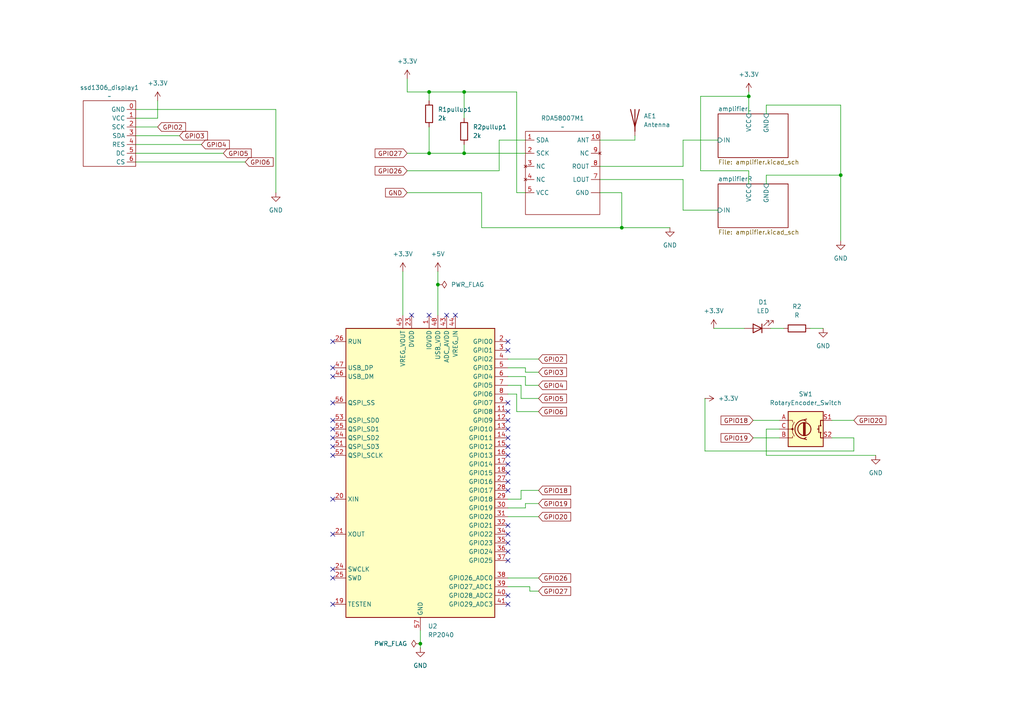
<source format=kicad_sch>
(kicad_sch (version 20231120) (generator "eeschema") (generator_version "8.0")
  (paper "A4")
  (title_block (title "ECE-299 Clock Radio") (date "2024-06-14") (rev "1") (company "Group 2") (comment 1 "Daniel Dufau, Alex Levchenkova, Stefanie Cutler"))
  (lib_symbols
    (symbol "Device:Antenna" (pin_numbers hide) (pin_names (offset 1.016) hide)
      (property "Reference" "AE" (at -1.905 1.905 0))
      (property "Value" "Antenna" (at -1.905 0 0))
      (symbol "Antenna_0_1"
        (polyline (pts (xy 0 2.54) (xy 0 -3.81)) (stroke (width 0.254)))
        (polyline (pts (xy 1.27 2.54) (xy 0 -2.54) (xy -1.27 2.54)) (stroke (width 0.254)))
      )
      (symbol "Antenna_1_1"
        (pin input line (at 0 -5.08 90) (length 2.54) (name "A") (number "1"))
      )
    )
    (symbol "Device:LED" (pin_numbers hide) (pin_names (offset 1.016) hide)
      (property "Reference" "D" (at 0 2.54 0))
      (property "Value" "LED" (at 0 -2.54 0))
      (symbol "LED_0_1"
        (polyline (pts (xy -1.27 -1.27) (xy -1.27 1.27)) (stroke (width 0.254)))
        (polyline (pts (xy -1.27 0) (xy 1.27 0)))
        (polyline (pts (xy 1.27 -1.27) (xy 1.27 1.27) (xy -1.27 0) (xy 1.27 -1.27)) (stroke (width 0.254)))
        (polyline (pts (xy -3.048 -0.762) (xy -4.572 -2.286) (xy -3.81 -2.286) (xy -4.572 -2.286) (xy -4.572 -1.524)))
        (polyline (pts (xy -1.778 -0.762) (xy -3.302 -2.286) (xy -2.54 -2.286) (xy -3.302 -2.286) (xy -3.302 -1.524)))
      )
      (symbol "LED_1_1"
        (pin passive line (at -3.81 0 0) (length 2.54) (name "K") (number "1"))
        (pin passive line (at 3.81 0 180) (length 2.54) (name "A") (number "2"))
      )
    )
    (symbol "Device:R" (pin_numbers hide) (pin_names (offset 0))
      (property "Reference" "R" (at 2.032 0 90))
      (property "Value" "R" (at 0 0 90))
      (symbol "R_0_1"
        (rectangle (start -1.016 -2.54) (end 1.016 2.54) (stroke (width 0.254)))
      )
      (symbol "R_1_1"
        (pin passive line (at 0 3.81 270) (length 1.27) (name "~") (number "1"))
        (pin passive line (at 0 -3.81 90) (length 1.27) (name "~") (number "2"))
      )
    )
    (symbol "Device:RotaryEncoder_Switch" (pin_names (offset 0.254) hide)
      (property "Reference" "SW" (at 0 6.604 0))
      (property "Value" "RotaryEncoder_Switch" (at 0 -6.604 0))
      (symbol "RotaryEncoder_Switch_0_1"
        (rectangle (start -5.08 5.08) (end 5.08 -5.08) (stroke (width 0.254)) (fill (type background)))
        (circle (center -3.81 0) (radius 0.254) (fill (type outline)))
        (circle (center -0.381 0) (radius 1.905) (stroke (width 0.254)))
        (arc (start -0.381 2.667) (mid -3.0988 -0.0635) (end -0.381 -2.794) (stroke (width 0.254)))
        (polyline (pts (xy -0.635 -1.778) (xy -0.635 1.778)) (stroke (width 0.254)))
        (polyline (pts (xy -0.381 -1.778) (xy -0.381 1.778)) (stroke (width 0.254)))
        (polyline (pts (xy -0.127 1.778) (xy -0.127 -1.778)) (stroke (width 0.254)))
        (polyline (pts (xy 3.81 0) (xy 3.429 0)) (stroke (width 0.254)))
        (polyline (pts (xy 3.81 1.016) (xy 3.81 -1.016)) (stroke (width 0.254)))
        (polyline (pts (xy -5.08 -2.54) (xy -3.81 -2.54) (xy -3.81 -2.032)))
        (polyline (pts (xy -5.08 2.54) (xy -3.81 2.54) (xy -3.81 2.032)))
        (polyline (pts (xy 0.254 -3.048) (xy -0.508 -2.794) (xy 0.127 -2.413)) (stroke (width 0.254)))
        (polyline (pts (xy 0.254 2.921) (xy -0.508 2.667) (xy 0.127 2.286)) (stroke (width 0.254)))
        (polyline (pts (xy 5.08 -2.54) (xy 4.318 -2.54) (xy 4.318 -1.016)) (stroke (width 0.254)))
        (polyline (pts (xy 5.08 2.54) (xy 4.318 2.54) (xy 4.318 1.016)) (stroke (width 0.254)))
        (polyline (pts (xy -5.08 0) (xy -3.81 0) (xy -3.81 -1.016) (xy -3.302 -2.032)))
        (polyline (pts (xy -4.318 0) (xy -3.81 0) (xy -3.81 1.016) (xy -3.302 2.032)))
        (circle (center 4.318 -1.016) (radius 0.127) (stroke (width 0.254)))
        (circle (center 4.318 1.016) (radius 0.127) (stroke (width 0.254)))
      )
      (symbol "RotaryEncoder_Switch_1_1"
        (pin passive line (at -7.62 2.54 0) (length 2.54) (name "A") (number "A"))
        (pin passive line (at -7.62 -2.54 0) (length 2.54) (name "B") (number "B"))
        (pin passive line (at -7.62 0 0) (length 2.54) (name "C") (number "C"))
        (pin passive line (at 7.62 2.54 180) (length 2.54) (name "S1") (number "S1"))
        (pin passive line (at 7.62 -2.54 180) (length 2.54) (name "S2") (number "S2"))
      )
    )
    (symbol "MCU_RaspberryPi:RP2040"
      (property "Reference" "U" (at 17.78 45.72 0))
      (property "Value" "RP2040" (at 17.78 43.18 0))
      (symbol "RP2040_0_1"
        (rectangle (start -21.59 41.91) (end 21.59 -41.91) (stroke (width 0.254)) (fill (type background)))
      )
      (symbol "RP2040_1_1"
        (pin power_in line (at 2.54 45.72 270) (length 3.81) (name "IOVDD") (number "1"))
        (pin passive line (at 2.54 45.72 270) (length 3.81) hide (name "IOVDD") (number "10"))
        (pin bidirectional line (at 25.4 17.78 180) (length 3.81) (name "GPIO8") (number "11"))
        (pin bidirectional line (at 25.4 15.24 180) (length 3.81) (name "GPIO9") (number "12"))
        (pin bidirectional line (at 25.4 12.7 180) (length 3.81) (name "GPIO10") (number "13"))
        (pin bidirectional line (at 25.4 10.16 180) (length 3.81) (name "GPIO11") (number "14"))
        (pin bidirectional line (at 25.4 7.62 180) (length 3.81) (name "GPIO12") (number "15"))
        (pin bidirectional line (at 25.4 5.08 180) (length 3.81) (name "GPIO13") (number "16"))
        (pin bidirectional line (at 25.4 2.54 180) (length 3.81) (name "GPIO14") (number "17"))
        (pin bidirectional line (at 25.4 0 180) (length 3.81) (name "GPIO15") (number "18"))
        (pin input line (at -25.4 -38.1 0) (length 3.81) (name "TESTEN") (number "19"))
        (pin bidirectional line (at 25.4 38.1 180) (length 3.81) (name "GPIO0") (number "2"))
        (pin input line (at -25.4 -7.62 0) (length 3.81) (name "XIN") (number "20"))
        (pin passive line (at -25.4 -17.78 0) (length 3.81) (name "XOUT") (number "21"))
        (pin passive line (at 2.54 45.72 270) (length 3.81) hide (name "IOVDD") (number "22"))
        (pin power_in line (at -2.54 45.72 270) (length 3.81) (name "DVDD") (number "23"))
        (pin input line (at -25.4 -27.94 0) (length 3.81) (name "SWCLK") (number "24"))
        (pin bidirectional line (at -25.4 -30.48 0) (length 3.81) (name "SWD") (number "25"))
        (pin input line (at -25.4 38.1 0) (length 3.81) (name "RUN") (number "26"))
        (pin bidirectional line (at 25.4 -2.54 180) (length 3.81) (name "GPIO16") (number "27"))
        (pin bidirectional line (at 25.4 -5.08 180) (length 3.81) (name "GPIO17") (number "28"))
        (pin bidirectional line (at 25.4 -7.62 180) (length 3.81) (name "GPIO18") (number "29"))
        (pin bidirectional line (at 25.4 35.56 180) (length 3.81) (name "GPIO1") (number "3"))
        (pin bidirectional line (at 25.4 -10.16 180) (length 3.81) (name "GPIO19") (number "30"))
        (pin bidirectional line (at 25.4 -12.7 180) (length 3.81) (name "GPIO20") (number "31"))
        (pin bidirectional line (at 25.4 -15.24 180) (length 3.81) (name "GPIO21") (number "32"))
        (pin passive line (at 2.54 45.72 270) (length 3.81) hide (name "IOVDD") (number "33"))
        (pin bidirectional line (at 25.4 -17.78 180) (length 3.81) (name "GPIO22") (number "34"))
        (pin bidirectional line (at 25.4 -20.32 180) (length 3.81) (name "GPIO23") (number "35"))
        (pin bidirectional line (at 25.4 -22.86 180) (length 3.81) (name "GPIO24") (number "36"))
        (pin bidirectional line (at 25.4 -25.4 180) (length 3.81) (name "GPIO25") (number "37"))
        (pin bidirectional line (at 25.4 -30.48 180) (length 3.81) (name "GPIO26_ADC0") (number "38"))
        (pin bidirectional line (at 25.4 -33.02 180) (length 3.81) (name "GPIO27_ADC1") (number "39"))
        (pin bidirectional line (at 25.4 33.02 180) (length 3.81) (name "GPIO2") (number "4"))
        (pin bidirectional line (at 25.4 -35.56 180) (length 3.81) (name "GPIO28_ADC2") (number "40"))
        (pin bidirectional line (at 25.4 -38.1 180) (length 3.81) (name "GPIO29_ADC3") (number "41"))
        (pin passive line (at 2.54 45.72 270) (length 3.81) hide (name "IOVDD") (number "42"))
        (pin power_in line (at 7.62 45.72 270) (length 3.81) (name "ADC_AVDD") (number "43"))
        (pin power_in line (at 10.16 45.72 270) (length 3.81) (name "VREG_IN") (number "44"))
        (pin power_out line (at -5.08 45.72 270) (length 3.81) (name "VREG_VOUT") (number "45"))
        (pin bidirectional line (at -25.4 27.94 0) (length 3.81) (name "USB_DM") (number "46"))
        (pin bidirectional line (at -25.4 30.48 0) (length 3.81) (name "USB_DP") (number "47"))
        (pin power_in line (at 5.08 45.72 270) (length 3.81) (name "USB_VDD") (number "48"))
        (pin passive line (at 2.54 45.72 270) (length 3.81) hide (name "IOVDD") (number "49"))
        (pin bidirectional line (at 25.4 30.48 180) (length 3.81) (name "GPIO3") (number "5"))
        (pin passive line (at -2.54 45.72 270) (length 3.81) hide (name "DVDD") (number "50"))
        (pin bidirectional line (at -25.4 7.62 0) (length 3.81) (name "QSPI_SD3") (number "51"))
        (pin output line (at -25.4 5.08 0) (length 3.81) (name "QSPI_SCLK") (number "52"))
        (pin bidirectional line (at -25.4 15.24 0) (length 3.81) (name "QSPI_SD0") (number "53"))
        (pin bidirectional line (at -25.4 10.16 0) (length 3.81) (name "QSPI_SD2") (number "54"))
        (pin bidirectional line (at -25.4 12.7 0) (length 3.81) (name "QSPI_SD1") (number "55"))
        (pin bidirectional line (at -25.4 20.32 0) (length 3.81) (name "QSPI_SS") (number "56"))
        (pin power_in line (at 0 -45.72 90) (length 3.81) (name "GND") (number "57"))
        (pin bidirectional line (at 25.4 27.94 180) (length 3.81) (name "GPIO4") (number "6"))
        (pin bidirectional line (at 25.4 25.4 180) (length 3.81) (name "GPIO5") (number "7"))
        (pin bidirectional line (at 25.4 22.86 180) (length 3.81) (name "GPIO6") (number "8"))
        (pin bidirectional line (at 25.4 20.32 180) (length 3.81) (name "GPIO7") (number "9"))
      )
    )
    (symbol "ece299_project:RDA58007M"
      (property "Reference" "RDA58007M" (at 0 0 0))
      (symbol "RDA58007M_0_1"
        (rectangle (start -10.16 -1.27) (end 11.43 -25.4))
      )
      (symbol "RDA58007M_1_1"
        (pin power_in line (at 11.43 -19.05 180) (length 2.54) (name "GND") (number ""))
        (pin input line (at -10.16 -3.81 0) (length 2.54) (name "SDA") (number "1"))
        (pin output line (at 11.43 -3.81 180) (length 2.54) (name "ANT") (number "10"))
        (pin input line (at -10.16 -7.62 0) (length 2.54) (name "SCK") (number "2"))
        (pin no_connect line (at -10.16 -11.43 0) (length 2.54) (name "NC") (number "3"))
        (pin no_connect line (at -10.16 -15.24 0) (length 2.54) (name "NC") (number "4"))
        (pin input line (at -10.16 -19.05 0) (length 2.54) (name "VCC") (number "5"))
        (pin output line (at 11.43 -15.24 180) (length 2.54) (name "LOUT") (number "7"))
        (pin output line (at 11.43 -11.43 180) (length 2.54) (name "ROUT") (number "8"))
        (pin no_connect line (at 11.43 -7.62 180) (length 2.54) (name "NC") (number "9"))
      )
    )
    (symbol "ece299_project:ssd1306_display"
      (property "Reference" "ssd1306_display" (at 0 0 0))
      (symbol "ssd1306_display_0_1"
        (rectangle (start -7.62 -1.27) (end 7.62 -20.32))
      )
      (symbol "ssd1306_display_1_1"
        (pin power_in line (at 7.62 -3.81 180) (length 2.54) (name "GND") (number "0"))
        (pin power_in line (at 7.62 -6.35 180) (length 2.54) (name "VCC") (number "1"))
        (pin input line (at 7.62 -8.89 180) (length 2.54) (name "SCK") (number "2"))
        (pin input line (at 7.62 -11.43 180) (length 2.54) (name "SDA") (number "3"))
        (pin input line (at 7.62 -13.97 180) (length 2.54) (name "RES") (number "4"))
        (pin input line (at 7.62 -16.51 180) (length 2.54) (name "DC") (number "5"))
        (pin input line (at 7.62 -19.05 180) (length 2.54) (name "CS") (number "6"))
      )
    )
    (symbol "power:+3.3V" (power) (pin_numbers hide) (pin_names (offset 0) hide)
      (property "Value" "+3.3V" (at 0 3.556 0))
      (symbol "+3.3V_0_1"
        (polyline (pts (xy -0.762 1.27) (xy 0 2.54)))
        (polyline (pts (xy 0 0) (xy 0 2.54)))
        (polyline (pts (xy 0 2.54) (xy 0.762 1.27)))
      )
      (symbol "+3.3V_1_1"
        (pin power_in line (at 0 0 90) (length 0) (name "~") (number "1"))
      )
    )
    (symbol "power:+5V" (power) (pin_numbers hide) (pin_names (offset 0) hide)
      (property "Value" "+5V" (at 0 3.556 0))
      (symbol "+5V_0_1"
        (polyline (pts (xy -0.762 1.27) (xy 0 2.54)))
        (polyline (pts (xy 0 0) (xy 0 2.54)))
        (polyline (pts (xy 0 2.54) (xy 0.762 1.27)))
      )
      (symbol "+5V_1_1"
        (pin power_in line (at 0 0 90) (length 0) (name "~") (number "1"))
      )
    )
    (symbol "power:GND" (power) (pin_numbers hide) (pin_names (offset 0) hide)
      (property "Value" "GND" (at 0 -3.81 0))
      (symbol "GND_0_1"
        (polyline (pts (xy 0 0) (xy 0 -1.27) (xy 1.27 -1.27) (xy 0 -2.54) (xy -1.27 -1.27) (xy 0 -1.27)))
      )
      (symbol "GND_1_1"
        (pin power_in line (at 0 0 270) (length 0) (name "~") (number "1"))
      )
    )
    (symbol "power:PWR_FLAG" (power) (pin_numbers hide) (pin_names (offset 0) hide)
      (property "Value" "PWR_FLAG" (at 0 3.81 0))
      (symbol "PWR_FLAG_0_0"
        (pin power_out line (at 0 0 90) (length 0) (name "~") (number "1"))
      )
      (symbol "PWR_FLAG_0_1"
        (polyline (pts (xy 0 0) (xy 0 1.27) (xy -1.016 1.905) (xy 0 2.54) (xy 1.016 1.905) (xy 0 1.27)))
      )
    )
  )
  (junction (at 124.46 44.45))
  (junction (at 180.34 66.04))
  (junction (at 124.46 26.67))
  (junction (at 127 82.55))
  (junction (at 243.84 50.8))
  (junction (at 121.92 186.69))
  (junction (at 134.62 44.45))
  (junction (at 217.17 27.94))
  (junction (at 134.62 26.67))
  (no_connect (at 96.52 144.78))
  (no_connect (at 147.32 132.08))
  (no_connect (at 119.38 91.44))
  (no_connect (at 147.32 127))
  (no_connect (at 96.52 109.22))
  (no_connect (at 147.32 162.56))
  (no_connect (at 147.32 134.62))
  (no_connect (at 96.52 132.08))
  (no_connect (at 147.32 119.38))
  (no_connect (at 96.52 121.92))
  (no_connect (at 96.52 154.94))
  (no_connect (at 147.32 152.4))
  (no_connect (at 96.52 175.26))
  (no_connect (at 96.52 99.06))
  (no_connect (at 147.32 154.94))
  (no_connect (at 96.52 124.46))
  (no_connect (at 132.08 91.44))
  (no_connect (at 96.52 165.1))
  (no_connect (at 147.32 157.48))
  (no_connect (at 147.32 124.46))
  (no_connect (at 147.32 172.72))
  (no_connect (at 147.32 142.24))
  (no_connect (at 147.32 101.6))
  (no_connect (at 147.32 175.26))
  (no_connect (at 96.52 106.68))
  (no_connect (at 147.32 139.7))
  (no_connect (at 147.32 99.06))
  (no_connect (at 147.32 137.16))
  (no_connect (at 147.32 121.92))
  (no_connect (at 96.52 116.84))
  (no_connect (at 96.52 127))
  (no_connect (at 147.32 160.02))
  (no_connect (at 96.52 129.54))
  (no_connect (at 96.52 167.64))
  (no_connect (at 147.32 116.84))
  (no_connect (at 124.46 91.44))
  (no_connect (at 129.54 91.44))
  (no_connect (at 147.32 129.54))
  (wire (pts (xy 127 82.55) (xy 127 91.44)))
  (wire (pts (xy 147.32 104.14) (xy 156.21 104.14)))
  (wire (pts (xy 204.47 130.81) (xy 247.65 130.81)))
  (wire (pts (xy 173.99 55.88) (xy 180.34 55.88)))
  (wire (pts (xy 118.11 26.67) (xy 124.46 26.67)))
  (wire (pts (xy 139.7 55.88) (xy 139.7 66.04)))
  (wire (pts (xy 151.13 115.57) (xy 156.21 115.57)))
  (wire (pts (xy 156.21 142.24) (xy 151.13 142.24)))
  (wire (pts (xy 134.62 41.91) (xy 134.62 44.45)))
  (wire (pts (xy 147.32 167.64) (xy 156.21 167.64)))
  (wire (pts (xy 153.67 171.45) (xy 156.21 171.45)))
  (wire (pts (xy 127 78.74) (xy 127 82.55)))
  (wire (pts (xy 124.46 44.45) (xy 134.62 44.45)))
  (wire (pts (xy 217.17 26.67) (xy 217.17 27.94)))
  (wire (pts (xy 203.2 49.53) (xy 217.17 49.53)))
  (wire (pts (xy 152.4 147.32) (xy 152.4 146.05)))
  (wire (pts (xy 218.44 127) (xy 226.06 127)))
  (wire (pts (xy 152.4 109.22) (xy 152.4 111.76)))
  (wire (pts (xy 147.32 109.22) (xy 152.4 109.22)))
  (wire (pts (xy 247.65 127) (xy 241.3 127)))
  (wire (pts (xy 241.3 121.92) (xy 247.65 121.92)))
  (wire (pts (xy 223.52 95.25) (xy 227.33 95.25)))
  (wire (pts (xy 151.13 142.24) (xy 151.13 144.78)))
  (wire (pts (xy 118.11 55.88) (xy 139.7 55.88)))
  (wire (pts (xy 39.37 36.83) (xy 45.72 36.83)))
  (wire (pts (xy 173.99 48.26) (xy 198.12 48.26)))
  (wire (pts (xy 149.86 26.67) (xy 149.86 55.88)))
  (wire (pts (xy 218.44 121.92) (xy 226.06 121.92)))
  (wire (pts (xy 198.12 52.07) (xy 198.12 60.96)))
  (wire (pts (xy 39.37 41.91) (xy 58.42 41.91)))
  (wire (pts (xy 222.25 53.34) (xy 222.25 50.8)))
  (wire (pts (xy 45.72 29.21) (xy 45.72 34.29)))
  (wire (pts (xy 149.86 55.88) (xy 152.4 55.88)))
  (wire (pts (xy 152.4 107.95) (xy 156.21 107.95)))
  (wire (pts (xy 226.06 124.46) (xy 222.25 124.46)))
  (wire (pts (xy 118.11 44.45) (xy 124.46 44.45)))
  (wire (pts (xy 217.17 27.94) (xy 217.17 33.02)))
  (wire (pts (xy 204.47 115.57) (xy 204.47 130.81)))
  (wire (pts (xy 180.34 55.88) (xy 180.34 66.04)))
  (wire (pts (xy 198.12 60.96) (xy 208.28 60.96)))
  (wire (pts (xy 39.37 31.75) (xy 80.01 31.75)))
  (wire (pts (xy 173.99 52.07) (xy 198.12 52.07)))
  (wire (pts (xy 147.32 147.32) (xy 152.4 147.32)))
  (wire (pts (xy 39.37 34.29) (xy 45.72 34.29)))
  (wire (pts (xy 207.01 95.25) (xy 215.9 95.25)))
  (wire (pts (xy 151.13 111.76) (xy 151.13 115.57)))
  (wire (pts (xy 203.2 27.94) (xy 217.17 27.94)))
  (wire (pts (xy 222.25 30.48) (xy 222.25 33.02)))
  (wire (pts (xy 152.4 111.76) (xy 156.21 111.76)))
  (wire (pts (xy 184.15 40.64) (xy 184.15 39.37)))
  (wire (pts (xy 203.2 49.53) (xy 203.2 27.94)))
  (wire (pts (xy 121.92 186.69) (xy 121.92 187.96)))
  (wire (pts (xy 147.32 149.86) (xy 156.21 149.86)))
  (wire (pts (xy 198.12 40.64) (xy 208.28 40.64)))
  (wire (pts (xy 149.86 114.3) (xy 149.86 119.38)))
  (wire (pts (xy 222.25 50.8) (xy 243.84 50.8)))
  (wire (pts (xy 124.46 36.83) (xy 124.46 44.45)))
  (wire (pts (xy 173.99 40.64) (xy 184.15 40.64)))
  (wire (pts (xy 151.13 144.78) (xy 147.32 144.78)))
  (wire (pts (xy 39.37 44.45) (xy 64.77 44.45)))
  (wire (pts (xy 144.78 49.53) (xy 144.78 40.64)))
  (wire (pts (xy 147.32 170.18) (xy 153.67 170.18)))
  (wire (pts (xy 180.34 66.04) (xy 194.31 66.04)))
  (wire (pts (xy 118.11 49.53) (xy 144.78 49.53)))
  (wire (pts (xy 118.11 22.86) (xy 118.11 26.67)))
  (wire (pts (xy 124.46 26.67) (xy 134.62 26.67)))
  (wire (pts (xy 121.92 182.88) (xy 121.92 186.69)))
  (wire (pts (xy 39.37 39.37) (xy 52.07 39.37)))
  (wire (pts (xy 134.62 26.67) (xy 134.62 34.29)))
  (wire (pts (xy 116.84 78.74) (xy 116.84 91.44)))
  (wire (pts (xy 243.84 50.8) (xy 243.84 69.85)))
  (wire (pts (xy 139.7 66.04) (xy 180.34 66.04)))
  (wire (pts (xy 147.32 114.3) (xy 149.86 114.3)))
  (wire (pts (xy 222.25 132.08) (xy 254 132.08)))
  (wire (pts (xy 222.25 30.48) (xy 243.84 30.48)))
  (wire (pts (xy 243.84 30.48) (xy 243.84 50.8)))
  (wire (pts (xy 234.95 95.25) (xy 238.76 95.25)))
  (wire (pts (xy 152.4 146.05) (xy 156.21 146.05)))
  (wire (pts (xy 247.65 130.81) (xy 247.65 127)))
  (wire (pts (xy 147.32 106.68) (xy 152.4 106.68)))
  (wire (pts (xy 152.4 106.68) (xy 152.4 107.95)))
  (wire (pts (xy 124.46 26.67) (xy 124.46 29.21)))
  (wire (pts (xy 222.25 124.46) (xy 222.25 132.08)))
  (wire (pts (xy 198.12 48.26) (xy 198.12 40.64)))
  (wire (pts (xy 134.62 44.45) (xy 152.4 44.45)))
  (wire (pts (xy 153.67 170.18) (xy 153.67 171.45)))
  (wire (pts (xy 147.32 111.76) (xy 151.13 111.76)))
  (wire (pts (xy 80.01 31.75) (xy 80.01 55.88)))
  (wire (pts (xy 39.37 46.99) (xy 71.12 46.99)))
  (wire (pts (xy 134.62 26.67) (xy 149.86 26.67)))
  (wire (pts (xy 149.86 119.38) (xy 156.21 119.38)))
  (wire (pts (xy 144.78 40.64) (xy 152.4 40.64)))
  (wire (pts (xy 217.17 49.53) (xy 217.17 53.34)))
  (global_label "GPIO26" (shape input) (at 118.11 49.53 180) (property "Intersheetrefs" "${INTERSHEET_REFS}" (effects (hide yes))))
  (global_label "GPIO19" (shape input) (at 156.21 146.05 0) (property "Intersheetrefs" "${INTERSHEET_REFS}" (effects (hide yes))))
  (global_label "GPIO2" (shape input) (at 156.21 104.14 0) (property "Intersheetrefs" "${INTERSHEET_REFS}" (effects (hide yes))))
  (global_label "GPIO19" (shape input) (at 218.44 127 180) (property "Intersheetrefs" "${INTERSHEET_REFS}" (effects (hide yes))))
  (global_label "GPIO5" (shape input) (at 64.77 44.45 0) (property "Intersheetrefs" "${INTERSHEET_REFS}" (effects (hide yes))))
  (global_label "GPIO3" (shape input) (at 52.07 39.37 0) (property "Intersheetrefs" "${INTERSHEET_REFS}" (effects (hide yes))))
  (global_label "GPIO20" (shape input) (at 156.21 149.86 0) (property "Intersheetrefs" "${INTERSHEET_REFS}" (effects (hide yes))))
  (global_label "GPIO2" (shape input) (at 45.72 36.83 0) (property "Intersheetrefs" "${INTERSHEET_REFS}" (effects (hide yes))))
  (global_label "GPIO27" (shape input) (at 118.11 44.45 180) (property "Intersheetrefs" "${INTERSHEET_REFS}" (effects (hide yes))))
  (global_label "GPIO6" (shape input) (at 71.12 46.99 0) (property "Intersheetrefs" "${INTERSHEET_REFS}" (effects (hide yes))))
  (global_label "GPIO5" (shape input) (at 156.21 115.57 0) (property "Intersheetrefs" "${INTERSHEET_REFS}" (effects (hide yes))))
  (global_label "GPIO4" (shape input) (at 156.21 111.76 0) (property "Intersheetrefs" "${INTERSHEET_REFS}" (effects (hide yes))))
  (global_label "GPIO27" (shape input) (at 156.21 171.45 0) (property "Intersheetrefs" "${INTERSHEET_REFS}" (effects (hide yes))))
  (global_label "GPIO4" (shape input) (at 58.42 41.91 0) (property "Intersheetrefs" "${INTERSHEET_REFS}" (effects (hide yes))))
  (global_label "GPIO18" (shape input) (at 156.21 142.24 0) (property "Intersheetrefs" "${INTERSHEET_REFS}" (effects (hide yes))))
  (global_label "GND" (shape input) (at 118.11 55.88 180) (property "Intersheetrefs" "${INTERSHEET_REFS}" (effects (hide yes))))
  (global_label "GPIO18" (shape input) (at 218.44 121.92 180) (property "Intersheetrefs" "${INTERSHEET_REFS}" (effects (hide yes))))
  (global_label "GPIO6" (shape input) (at 156.21 119.38 0) (property "Intersheetrefs" "${INTERSHEET_REFS}" (effects (hide yes))))
  (global_label "GPIO20" (shape input) (at 247.65 121.92 0) (property "Intersheetrefs" "${INTERSHEET_REFS}" (effects (hide yes))))
  (global_label "GPIO26" (shape input) (at 156.21 167.64 0) (property "Intersheetrefs" "${INTERSHEET_REFS}" (effects (hide yes))))
  (global_label "GPIO3" (shape input) (at 156.21 107.95 0) (property "Intersheetrefs" "${INTERSHEET_REFS}" (effects (hide yes))))
  (symbol (lib_id "power:GND") (at 243.84 69.85 0) (unit 1)
    (property "Reference" "#PWR015" (effects (hide yes)))
    (property "Value" "GND" (at 243.84 74.93 0))
    (property "Description" "Power symbol creates a global label with name \"GND\" , ground" (effects (hide yes)))
  )
  (symbol (lib_id "power:PWR_FLAG") (at 127 82.55 270) (unit 1)
    (property "Reference" "#FLG01" (effects (hide yes)))
    (property "Value" "PWR_FLAG" (at 130.81 82.5499 90) (effects (justify left)))
    (property "Description" "Special symbol for telling ERC where power comes from" (effects (hide yes)))
  )
  (symbol (lib_id "Device:R") (at 231.14 95.25 90) (unit 1)
    (property "Reference" "R2" (at 231.14 88.9 90))
    (property "Value" "R" (at 231.14 91.44 90))
    (property "Description" "Resistor" (effects (hide yes)))
  )
  (symbol (lib_id "power:GND") (at 194.31 66.04 0) (unit 1)
    (property "Reference" "#PWR04" (effects (hide yes)))
    (property "Value" "GND" (at 194.31 71.12 0))
    (property "Description" "Power symbol creates a global label with name \"GND\" , ground" (effects (hide yes)))
  )
  (symbol (lib_id "power:+3.3V") (at 45.72 29.21 0) (unit 1)
    (property "Reference" "#PWR02" (effects (hide yes)))
    (property "Value" "+3.3V" (at 45.72 24.13 0))
    (property "Description" "Power symbol creates a global label with name \"+3.3V\"" (effects (hide yes)))
  )
  (symbol (lib_id "power:+3.3V") (at 217.17 26.67 0) (unit 1)
    (property "Reference" "#PWR017" (effects (hide yes)))
    (property "Value" "+3.3V" (at 217.17 21.59 0))
    (property "Description" "Power symbol creates a global label with name \"+3.3V\"" (effects (hide yes)))
  )
  (symbol (lib_id "Device:R") (at 134.62 38.1 0) (unit 1)
    (property "Reference" "R2pullup1" (at 137.16 36.8299 0) (effects (justify left)))
    (property "Value" "2k" (at 137.16 39.3699 0) (effects (justify left)))
    (property "Description" "Resistor" (effects (hide yes)))
  )
  (symbol (lib_id "power:+3.3V") (at 116.84 78.74 0) (unit 1)
    (property "Reference" "#PWR016" (effects (hide yes)))
    (property "Value" "+3.3V" (at 116.84 73.66 0))
    (property "Description" "Power symbol creates a global label with name \"+3.3V\"" (effects (hide yes)))
  )
  (symbol (lib_id "Device:Antenna") (at 184.15 34.29 0) (unit 1)
    (property "Reference" "AE1" (at 186.69 33.6549 0) (effects (justify left)))
    (property "Value" "Antenna" (at 186.69 36.1949 0) (effects (justify left)))
    (property "Description" "Antenna" (effects (hide yes)))
  )
  (symbol (lib_id "power:GND") (at 121.92 187.96 0) (unit 1)
    (property "Reference" "#PWR08" (effects (hide yes)))
    (property "Value" "GND" (at 121.92 193.04 0))
    (property "Description" "Power symbol creates a global label with name \"GND\" , ground" (effects (hide yes)))
  )
  (symbol (lib_id "power:PWR_FLAG") (at 121.92 186.69 90) (unit 1)
    (property "Reference" "#FLG03" (effects (hide yes)))
    (property "Value" "PWR_FLAG" (at 118.11 186.6899 90) (effects (justify left)))
    (property "Description" "Special symbol for telling ERC where power comes from" (effects (hide yes)))
  )
  (symbol (lib_id "power:GND") (at 80.01 55.88 0) (unit 1)
    (property "Reference" "#PWR01" (effects (hide yes)))
    (property "Value" "GND" (at 80.01 60.96 0))
    (property "Description" "Power symbol creates a global label with name \"GND\" , ground" (effects (hide yes)))
  )
  (symbol (lib_id "power:+3.3V") (at 207.01 95.25 0) (unit 1)
    (property "Reference" "#PWR019" (effects (hide yes)))
    (property "Value" "+3.3V" (at 207.01 90.17 0))
    (property "Description" "Power symbol creates a global label with name \"+3.3V\"" (effects (hide yes)))
  )
  (symbol (lib_id "power:+5V") (at 127 78.74 0) (unit 1)
    (property "Reference" "#PWR020" (effects (hide yes)))
    (property "Value" "+5V" (at 127 73.66 0))
    (property "Description" "Power symbol creates a global label with name \"+5V\"" (effects (hide yes)))
  )
  (symbol (lib_id "power:+3.3V") (at 118.11 22.86 0) (unit 1)
    (property "Reference" "#PWR03" (effects (hide yes)))
    (property "Value" "+3.3V" (at 118.11 17.78 0))
    (property "Description" "Power symbol creates a global label with name \"+3.3V\"" (effects (hide yes)))
  )
  (symbol (lib_id "Device:LED") (at 219.71 95.25 180) (unit 1)
    (property "Reference" "D1" (at 221.2975 87.63 0))
    (property "Value" "LED" (at 221.2975 90.17 0))
    (property "Description" "Light emitting diode" (effects (hide yes)))
  )
  (symbol (lib_id "ece299_project:RDA58007M") (at 162.56 36.83 0) (unit 1)
    (property "Reference" "RDA58007M1" (at 163.195 34.29 0))
    (property "Value" "~" (at 163.195 36.83 0))
  )
  (symbol (lib_id "power:+3.3V") (at 204.47 115.57 270) (unit 1)
    (property "Reference" "#PWR09" (effects (hide yes)))
    (property "Value" "+3.3V" (at 208.28 115.5699 90) (effects (justify left)))
    (property "Description" "Power symbol creates a global label with name \"+3.3V\"" (effects (hide yes)))
  )
  (symbol (lib_id "MCU_RaspberryPi:RP2040") (at 121.92 137.16 0) (unit 1)
    (property "Reference" "U2" (at 124.1141 181.61 0) (effects (justify left)))
    (property "Value" "RP2040" (at 124.1141 184.15 0) (effects (justify left)))
    (property "Footprint" "Package_DFN_QFN:QFN-56-1EP_7x7mm_P0.4mm_EP3.2x3.2mm" (effects (hide yes)))
    (property "Datasheet" "https://datasheets.raspberrypi.com/rp2040/rp2040-datasheet.pdf" (effects (hide yes)))
    (property "Description" "A microcontroller by Raspberry Pi" (effects (hide yes)))
  )
  (symbol (lib_id "Device:RotaryEncoder_Switch") (at 233.68 124.46 0) (unit 1)
    (property "Reference" "SW1" (at 233.68 114.3 0))
    (property "Value" "RotaryEncoder_Switch" (at 233.68 116.84 0))
    (property "Description" "Rotary encoder, dual channel, incremental quadrate outputs, with switch" (effects (hide yes)))
  )
  (symbol (lib_id "power:GND") (at 254 132.08 0) (unit 1)
    (property "Reference" "#PWR010" (effects (hide yes)))
    (property "Value" "GND" (at 254 137.16 0))
    (property "Description" "Power symbol creates a global label with name \"GND\" , ground" (effects (hide yes)))
  )
  (symbol (lib_id "ece299_project:ssd1306_display") (at 31.75 27.94 0) (unit 1)
    (property "Reference" "ssd1306_display1" (at 31.75 25.4 0))
    (property "Value" "~" (at 31.75 27.94 0))
  )
  (symbol (lib_id "Device:R") (at 124.46 33.02 0) (unit 1)
    (property "Reference" "R1pullup1" (at 127 31.7499 0) (effects (justify left)))
    (property "Value" "2k" (at 127 34.2899 0) (effects (justify left)))
    (property "Description" "Resistor" (effects (hide yes)))
  )
  (symbol (lib_id "power:GND") (at 238.76 95.25 0) (unit 1)
    (property "Reference" "#PWR011" (effects (hide yes)))
    (property "Value" "GND" (at 238.76 100.33 0))
    (property "Description" "Power symbol creates a global label with name \"GND\" , ground" (effects (hide yes)))
  )
  (sheet (at 208.28 53.34) (size 20.32 12.7) (stroke (width 0.1524))
    (property "Sheetname" "amplifierR" (at 208.28 52.6284 0) (effects (justify left bottom)))
    (property "Sheetfile" "amplifier.kicad_sch" (at 208.28 66.6246 0) (effects (justify left top)))
    (pin "IN" input (at 208.28 60.96 180))
    (pin "VCC" input (at 217.17 53.34 90))
    (pin "GND" input (at 222.25 53.34 90))
  )
  (sheet (at 208.28 33.02) (size 20.32 12.7) (stroke (width 0.1524))
    (property "Sheetname" "amplifierL" (at 208.28 32.3084 0) (effects (justify left bottom)))
    (property "Sheetfile" "amplifier.kicad_sch" (at 208.28 46.3046 0) (effects (justify left top)))
    (pin "VCC" input (at 217.17 33.02 90))
    (pin "IN" input (at 208.28 40.64 180))
    (pin "GND" input (at 222.25 33.02 90))
  )
)
</source>
